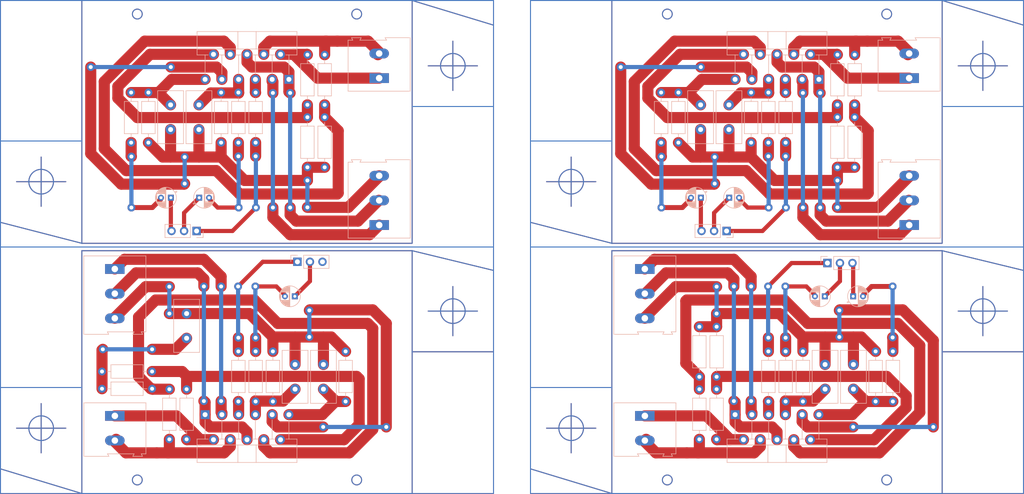
<source format=kicad_pcb>
(kicad_pcb (version 20211014) (generator pcbnew)
  (layers (0 "F.Cu" signal) (31 "B.Cu" signal) (34 "B.Paste" user) (35 "F.Paste" user) (36 "B.SilkS" user "B.Silkscreen") (37 "F.SilkS" user "F.Silkscreen") (38 "B.Mask" user) (39 "F.Mask" user) (44 "Edge.Cuts" user))
  (net 0 "")
  (footprint "Capacitor_THT:C_Disc_D10.5mm_W5.0mm_P5.00mm" (layer "B.Cu") (at 185.25 72.92 -90)
    (fp_text reference "REF**" hide)
    (fp_text value "C_Disc_D10.5mm_W5.0mm_P5.00mm" hide)
  )
  (footprint "Capacitor_THT:C_Disc_D10.5mm_W5.0mm_P5.00mm" (layer "B.Cu") (at 108.75 130.58 90)
    (fp_text reference "REF**" hide)
    (fp_text value "C_Disc_D10.5mm_W5.0mm_P5.00mm" hide)
  )
  (footprint "Capacitor_THT:C_Disc_D10.5mm_W5.0mm_P5.00mm" (layer "B.Cu") (at 103 130.58 90)
    (fp_text reference "REF**" hide)
    (fp_text value "C_Disc_D10.5mm_W5.0mm_P5.00mm" hide)
  )
  (footprint "Resistor_THT:R_Axial_DIN0207_L6.3mm_D2.5mm_P10.16mm_Horizontal" (layer "B.Cu") (at 73.25 70.42 -90)
    (fp_text reference "REF**" hide)
    (fp_text value "R_Axial_DIN0207_L6.3mm_D2.5mm_P10.16mm_Horizontal" hide)
  )
  (footprint "Capacitor_THT:C_Disc_D10.5mm_W5.0mm_P5.00mm" (layer "B.Cu") (at 77.75 72.92 -90)
    (fp_text reference "REF**" hide)
    (fp_text value "C_Disc_D10.5mm_W5.0mm_P5.00mm" hide)
  )
  (footprint "Connector_PinHeader_2.54mm:PinHeader_1x03_P2.54mm_Vertical" (layer "B.Cu") (at 210.975 105 -90)
    (fp_text reference "REF**" hide)
    (fp_text value "PinHeader_1x03_P2.54mm_Vertical" hide)
  )
  (footprint "TerminalBlock:TerminalBlock_Altech_AK300-2_P5.00mm" (layer "B.Cu") (at 173.94641 136 -90)
    (fp_text reference "REF**" hide)
    (fp_text value "TerminalBlock_Altech_AK300-2_P5.00mm" hide)
  )
  (footprint "Resistor_THT:R_Axial_DIN0207_L6.3mm_D2.5mm_P10.16mm_Horizontal" (layer "B.Cu") (at 105.5 75.42 -90)
    (fp_text reference "REF**" hide)
    (fp_text value "R_Axial_DIN0207_L6.3mm_D2.5mm_P10.16mm_Horizontal" hide)
  )
  (footprint "TerminalBlock:TerminalBlock_Altech_AK300-3_P5.00mm" (layer "B.Cu") (at 173.93641 106.205 -90)
    (fp_text reference "REF**" hide)
    (fp_text value "TerminalBlock_Altech_AK300-3_P5.00mm" hide)
  )
  (footprint "Resistor_THT:R_Axial_DIN0207_L6.3mm_D2.5mm_P10.16mm_Horizontal" (layer "B.Cu") (at 109 75.42 -90)
    (fp_text reference "REF**" hide)
    (fp_text value "R_Axial_DIN0207_L6.3mm_D2.5mm_P10.16mm_Horizontal" hide)
  )
  (footprint "Capacitor_THT:CP_Radial_D4.0mm_P2.00mm" (layer "B.Cu") (at 77.80359 91.75 180)
    (fp_text reference "REF**" hide)
    (fp_text value "CP_Radial_D4.0mm_P2.00mm" hide)
  )
  (footprint "TerminalBlock:TerminalBlock_Altech_AK300-3_P5.00mm" (layer "B.Cu") (at 120.06359 97.295 90)
    (fp_text reference "REF**" hide)
    (fp_text value "TerminalBlock_Altech_AK300-3_P5.00mm" hide)
  )
  (footprint "Resistor_THT:R_Axial_DIN0207_L6.3mm_D2.5mm_P10.16mm_Horizontal" (layer "B.Cu") (at 180.75 70.42 -90)
    (fp_text reference "REF**" hide)
    (fp_text value "R_Axial_DIN0207_L6.3mm_D2.5mm_P10.16mm_Horizontal" hide)
  )
  (footprint "Resistor_THT:R_Axial_DIN0207_L6.3mm_D2.5mm_P10.16mm_Horizontal" (layer "B.Cu") (at 105.5 62.75 -90)
    (fp_text reference "REF**" hide)
    (fp_text value "R_Axial_DIN0207_L6.3mm_D2.5mm_P10.16mm_Horizontal" hide)
  )
  (footprint "Capacitor_THT:CP_Radial_D4.0mm_P2.00mm" (layer "B.Cu") (at 216.19641 111.75)
    (fp_text reference "REF**" hide)
    (fp_text value "CP_Radial_D4.0mm_P2.00mm" hide)
  )
  (footprint "TerminalBlock:TerminalBlock_Altech_AK300-2_P5.00mm" (layer "B.Cu") (at 227.55359 67.5 90)
    (fp_text reference "REF**" hide)
    (fp_text value "TerminalBlock_Altech_AK300-2_P5.00mm" hide)
  )
  (footprint "Capacitor_THT:CP_Radial_D4.0mm_P2.00mm" (layer "B.Cu") (at 102.94641 111.75 180)
    (fp_text reference "REF**" hide)
    (fp_text value "CP_Radial_D4.0mm_P2.00mm" hide)
  )
  (footprint "Resistor_THT:R_Axial_DIN0207_L6.3mm_D2.5mm_P10.16mm_Horizontal" (layer "B.Cu") (at 95 70.42 -90)
    (fp_text reference "REF**" hide)
    (fp_text value "R_Axial_DIN0207_L6.3mm_D2.5mm_P10.16mm_Horizontal" hide)
  )
  (footprint "Capacitor_THT:C_Disc_D10.5mm_W5.0mm_P5.00mm" (layer "B.Cu") (at 81 120.25 90)
    (fp_text reference "REF**" hide)
    (fp_text value "C_Disc_D10.5mm_W5.0mm_P5.00mm" hide)
  )
  (footprint "Resistor_THT:R_Axial_DIN0207_L6.3mm_D2.5mm_P10.16mm_Horizontal" (layer "B.Cu") (at 91.5 70.42 -90)
    (fp_text reference "REF**" hide)
    (fp_text value "R_Axial_DIN0207_L6.3mm_D2.5mm_P10.16mm_Horizontal" hide)
  )
  (footprint "Resistor_THT:R_Axial_DIN0207_L6.3mm_D2.5mm_P10.16mm_Horizontal" (layer "B.Cu") (at 199 70.42 -90)
    (fp_text reference "REF**" hide)
    (fp_text value "R_Axial_DIN0207_L6.3mm_D2.5mm_P10.16mm_Horizontal" hide)
  )
  (footprint "Capacitor_THT:CP_Radial_D4.0mm_P2.00mm" (layer "B.Cu") (at 191.05359 91.75)
    (fp_text reference "REF**" hide)
    (fp_text value "CP_Radial_D4.0mm_P2.00mm" hide)
  )
  (footprint "Capacitor_THT:CP_Radial_D4.0mm_P2.00mm" (layer "B.Cu") (at 83.55359 91.75)
    (fp_text reference "REF**" hide)
    (fp_text value "CP_Radial_D4.0mm_P2.00mm" hide)
  )
  (footprint "Resistor_THT:R_Axial_DIN0207_L6.3mm_D2.5mm_P10.16mm_Horizontal" (layer "B.Cu") (at 109 62.75 -90)
    (fp_text reference "REF**" hide)
    (fp_text value "R_Axial_DIN0207_L6.3mm_D2.5mm_P10.16mm_Horizontal" hide)
  )
  (footprint "Resistor_THT:R_Axial_DIN0207_L6.3mm_D2.5mm_P10.16mm_Horizontal" (layer "B.Cu") (at 63.84 130.5)
    (fp_text reference "REF**" hide)
    (fp_text value "R_Axial_DIN0207_L6.3mm_D2.5mm_P10.16mm_Horizontal" hide)
  )
  (footprint "Capacitor_THT:C_Disc_D10.5mm_W5.0mm_P5.00mm" (layer "B.Cu") (at 83.5 72.92 -90)
    (fp_text reference "REF**" hide)
    (fp_text value "C_Disc_D10.5mm_W5.0mm_P5.00mm" hide)
  )
  (footprint "Capacitor_THT:C_Disc_D10.5mm_W5.0mm_P5.00mm" (layer "B.Cu") (at 191 72.92 -90)
    (fp_text reference "REF**" hide)
    (fp_text value "C_Disc_D10.5mm_W5.0mm_P5.00mm" hide)
  )
  (footprint "Resistor_THT:R_Axial_DIN0207_L6.3mm_D2.5mm_P10.16mm_Horizontal" (layer "B.Cu") (at 77.5 140.75 90)
    (fp_text reference "REF**" hide)
    (fp_text value "R_Axial_DIN0207_L6.3mm_D2.5mm_P10.16mm_Horizontal" hide)
  )
  (footprint "Resistor_THT:R_Axial_DIN0207_L6.3mm_D2.5mm_P10.16mm_Horizontal" (layer "B.Cu") (at 63.84 127)
    (fp_text reference "REF**" hide)
    (fp_text value "R_Axial_DIN0207_L6.3mm_D2.5mm_P10.16mm_Horizontal" hide)
  )
  (footprint "Resistor_THT:R_Axial_DIN0207_L6.3mm_D2.5mm_P10.16mm_Horizontal" (layer "B.Cu") (at 98.5 133.08 90)
    (fp_text reference "REF**" hide)
    (fp_text value "R_Axial_DIN0207_L6.3mm_D2.5mm_P10.16mm_Horizontal" hide)
  )
  (footprint "TerminalBlock:TerminalBlock_Altech_AK300-3_P5.00mm" (layer "B.Cu") (at 227.56359 97.295 90)
    (fp_text reference "REF**" hide)
    (fp_text value "TerminalBlock_Altech_AK300-3_P5.00mm" hide)
  )
  (footprint "Resistor_THT:R_Axial_DIN0207_L6.3mm_D2.5mm_P10.16mm_Horizontal" (layer "B.Cu") (at 216.5 75.42 -90)
    (fp_text reference "REF**" hide)
    (fp_text value "R_Axial_DIN0207_L6.3mm_D2.5mm_P10.16mm_Horizontal" hide)
  )
  (footprint "Resistor_THT:R_Axial_DIN0207_L6.3mm_D2.5mm_P10.16mm_Horizontal" (layer "B.Cu") (at 69.75 70.42 -90)
    (fp_text reference "REF**" hide)
    (fp_text value "R_Axial_DIN0207_L6.3mm_D2.5mm_P10.16mm_Horizontal" hide)
  )
  (footprint "Resistor_THT:R_Axial_DIN0207_L6.3mm_D2.5mm_P10.16mm_Horizontal" (layer "B.Cu") (at 213 62.75 -90)
    (fp_text reference "REF**" hide)
    (fp_text value "R_Axial_DIN0207_L6.3mm_D2.5mm_P10.16mm_Horizontal" hide)
  )
  (footprint "Resistor_THT:R_Axial_DIN0207_L6.3mm_D2.5mm_P10.16mm_Horizontal" (layer "B.Cu") (at 206 133.08 90)
    (fp_text reference "REF**" hide)
    (fp_text value "R_Axial_DIN0207_L6.3mm_D2.5mm_P10.16mm_Horizontal" hide)
  )
  (footprint "TerminalBlock:TerminalBlock_Altech_AK300-2_P5.00mm" (layer "B.Cu") (at 120.05359 67.5 90)
    (fp_text reference "REF**" hide)
    (fp_text value "TerminalBlock_Altech_AK300-2_P5.00mm" hide)
  )
  (footprint "Resistor_THT:R_Axial_DIN0207_L6.3mm_D2.5mm_P10.16mm_Horizontal" (layer "B.Cu") (at 202.5 70.42 -90)
    (fp_text reference "REF**" hide)
    (fp_text value "R_Axial_DIN0207_L6.3mm_D2.5mm_P10.16mm_Horizontal" hide)
  )
  (footprint "TerminalBlock:TerminalBlock_Altech_AK300-3_P5.00mm" (layer "B.Cu") (at 66.43641 106.205 -90)
    (fp_text reference "REF**" hide)
    (fp_text value "TerminalBlock_Altech_AK300-3_P5.00mm" hide)
  )
  (footprint "Capacitor_THT:CP_Radial_D4.0mm_P2.00mm" (layer "B.Cu") (at 185.30359 91.75 180)
    (fp_text reference "REF**" hide)
    (fp_text value "CP_Radial_D4.0mm_P2.00mm" hide)
  )
  (footprint "Resistor_THT:R_Axial_DIN0207_L6.3mm_D2.5mm_P10.16mm_Horizontal" (layer "B.Cu") (at 188.5 128.08 90)
    (fp_text reference "REF**" hide)
    (fp_text value "R_Axial_DIN0207_L6.3mm_D2.5mm_P10.16mm_Horizontal" hide)
  )
  (footprint "Resistor_THT:R_Axial_DIN0207_L6.3mm_D2.5mm_P10.16mm_Horizontal" (layer "B.Cu") (at 220.75 133.08 90)
    (fp_text reference "REF**" hide)
    (fp_text value "R_Axial_DIN0207_L6.3mm_D2.5mm_P10.16mm_Horizontal" hide)
  )
  (footprint "Resistor_THT:R_Axial_DIN0207_L6.3mm_D2.5mm_P10.16mm_Horizontal" (layer "B.Cu") (at 188.5 140.75 90)
    (fp_text reference "REF**" hide)
    (fp_text value "R_Axial_DIN0207_L6.3mm_D2.5mm_P10.16mm_Horizontal" hide)
  )
  (footprint "Resistor_THT:R_Axial_DIN0207_L6.3mm_D2.5mm_P10.16mm_Horizontal" (layer "B.Cu") (at 216.5 62.75 -90)
    (fp_text reference "REF**" hide)
    (fp_text value "R_Axial_DIN0207_L6.3mm_D2.5mm_P10.16mm_Horizontal" hide)
  )
  (footprint "Resistor_THT:R_Axial_DIN0207_L6.3mm_D2.5mm_P10.16mm_Horizontal" (layer "B.Cu") (at 202.5 133.08 90)
    (fp_text reference "REF**" hide)
    (fp_text value "R_Axial_DIN0207_L6.3mm_D2.5mm_P10.16mm_Horizontal" hide)
  )
  (footprint "Resistor_THT:R_Axial_DIN0207_L6.3mm_D2.5mm_P10.16mm_Horizontal" (layer "B.Cu") (at 224.25 133.08 90)
    (fp_text reference "REF**" hide)
    (fp_text value "R_Axial_DIN0207_L6.3mm_D2.5mm_P10.16mm_Horizontal" hide)
  )
  (footprint "Resistor_THT:R_Axial_DIN0207_L6.3mm_D2.5mm_P10.16mm_Horizontal" (layer "B.Cu") (at 213 75.42 -90)
    (fp_text reference "REF**" hide)
    (fp_text value "R_Axial_DIN0207_L6.3mm_D2.5mm_P10.16mm_Horizontal" hide)
  )
  (footprint "Capacitor_THT:C_Disc_D10.5mm_W5.0mm_P5.00mm" (layer "B.Cu") (at 216.25 130.58 90)
    (fp_text reference "REF**" hide)
    (fp_text value "C_Disc_D10.5mm_W5.0mm_P5.00mm" hide)
  )
  (footprint "Connector_PinHeader_2.54mm:PinHeader_1x03_P2.54mm_Vertical" (layer "B.Cu") (at 83.025 98.5 90)
    (fp_text reference "REF**" hide)
    (fp_text value "PinHeader_1x03_P2.54mm_Vertical" hide)
  )
  (footprint "Package_TO_SOT_THT:TO-220F-11_P3.4x5.08mm_StaggerOdd_Lead5.08mm_Vertical" (layer "B.Cu") (at 84.75 135.75)
    (fp_text reference "TDA7265" hide)
    (fp_text value "TO-220F-11_P3.4x5.08mm_StaggerOdd_Lead5.08mm_Vertical" hide)
  )
  (footprint "Resistor_THT:R_Axial_DIN0207_L6.3mm_D2.5mm_P10.16mm_Horizontal" (layer "B.Cu") (at 91.5 133.08 90)
    (fp_text reference "REF**" hide)
    (fp_text value "R_Axial_DIN0207_L6.3mm_D2.5mm_P10.16mm_Horizontal" hide)
  )
  (footprint "Resistor_THT:R_Axial_DIN0207_L6.3mm_D2.5mm_P10.16mm_Horizontal" (layer "B.Cu") (at 113.25 133.08 90)
    (fp_text reference "REF**" hide)
    (fp_text value "R_Axial_DIN0207_L6.3mm_D2.5mm_P10.16mm_Horizontal" hide)
  )
  (footprint "Resistor_THT:R_Axial_DIN0207_L6.3mm_D2.5mm_P10.16mm_Horizontal" (layer "B.Cu") (at 177.25 70.42 -90)
    (fp_text reference "REF**" hide)
    (fp_text value "R_Axial_DIN0207_L6.3mm_D2.5mm_P10.16mm_Horizontal" hide)
  )
  (footprint "TerminalBlock:TerminalBlock_Altech_AK300-2_P5.00mm" (layer "B.Cu") (at 66.44641 136 -90)
    (fp_text reference "REF**" hide)
    (fp_text value "TerminalBlock_Altech_AK300-2_P5.00mm" hide)
  )
  (footprint "Package_TO_SOT_THT:TO-220F-11_P3.4x5.08mm_StaggerOdd_Lead5.08mm_Vertical" (layer "B.Cu") (at 192.25 135.75)
    (fp_text reference "TDA7269A" hide)
    (fp_text value "TO-220F-11_P3.4x5.08mm_StaggerOdd_Lead5.08mm_Vertical" hide)
  )
  (footprint "Resistor_THT:R_Axial_DIN0207_L6.3mm_D2.5mm_P10.16mm_Horizontal" (layer "B.Cu") (at 88 70.42 -90)
    (fp_text reference "REF**" hide)
    (fp_text value "R_Axial_DIN0207_L6.3mm_D2.5mm_P10.16mm_Horizontal" hide)
  )
  (footprint "Package_TO_SOT_THT:TO-220F-11_P3.4x5.08mm_StaggerOdd_Lead5.08mm_Vertical" (layer "B.Cu") (at 209.25 67.75 180)
    (fp_text reference "TDA7269A" hide)
    (fp_text value "TO-220F-11_P3.4x5.08mm_StaggerOdd_Lead5.08mm_Vertical" hide)
  )
  (footprint "Resistor_THT:R_Axial_DIN0207_L6.3mm_D2.5mm_P10.16mm_Horizontal" (layer "B.Cu") (at 95 133.08 90)
    (fp_text reference "REF**" hide)
    (fp_text value "R_Axial_DIN0207_L6.3mm_D2.5mm_P10.16mm_Horizontal" hide)
  )
  (footprint "Resistor_THT:R_Axial_DIN0207_L6.3mm_D2.5mm_P10.16mm_Horizontal" (layer "B.Cu") (at 195.5 70.42 -90)
    (fp_text reference "REF**" hide)
    (fp_text value "R_Axial_DIN0207_L6.3mm_D2.5mm_P10.16mm_Horizontal" hide)
  )
  (footprint "Connector_PinHeader_2.54mm:PinHeader_1x03_P2.54mm_Vertical" (layer "B.Cu") (at 190.525 98.5 90)
    (fp_text reference "REF**" hide)
    (fp_text value "PinHeader_1x03_P2.54mm_Vertical" hide)
  )
  (footprint "Capacitor_THT:C_Disc_D10.5mm_W5.0mm_P5.00mm" (layer "B.Cu") (at 210.5 130.58 90)
    (fp_text reference "REF**" hide)
    (fp_text value "C_Disc_D10.5mm_W5.0mm_P5.00mm" hide)
  )
  (footprint "Resistor_THT:R_Axial_DIN0207_L6.3mm_D2.5mm_P10.16mm_Horizontal" (layer "B.Cu") (at 81 140.75 90)
    (fp_text reference "REF**" hide)
    (fp_text value "R_Axial_DIN0207_L6.3mm_D2.5mm_P10.16mm_Horizontal" hide)
  )
  (footprint "Resistor_THT:R_Axial_DIN0207_L6.3mm_D2.5mm_P10.16mm_Horizontal" (layer "B.Cu") (at 199 133.08 90)
    (fp_text reference "REF**" hide)
    (fp_text value "R_Axial_DIN0207_L6.3mm_D2.5mm_P10.16mm_Horizontal" hide)
  )
  (footprint "Package_TO_SOT_THT:TO-220F-11_P3.4x5.08mm_StaggerOdd_Lead5.08mm_Vertical" (layer "B.Cu") (at 101.75 67.75 180)
    (fp_text reference "TDA7269A" hide)
    (fp_text value "TO-220F-11_P3.4x5.08mm_StaggerOdd_Lead5.08mm_Vertical" hide)
  )
  (footprint "Resistor_THT:R_Axial_DIN0207_L6.3mm_D2.5mm_P10.16mm_Horizontal" (layer "B.Cu") (at 185 140.75 90)
    (fp_text reference "REF**" hide)
    (fp_text value "R_Axial_DIN0207_L6.3mm_D2.5mm_P10.16mm_Horizontal" hide)
  )
  (footprint "Capacitor_THT:CP_Radial_D4.0mm_P2.00mm" (layer "B.Cu") (at 210.44641 111.75 180)
    (fp_text reference "REF**" hide)
    (fp_text value "CP_Radial_D4.0mm_P2.00mm" hide)
  )
  (footprint "Connector_PinHeader_2.54mm:PinHeader_1x03_P2.54mm_Vertical" (layer "B.Cu") (at 103.475 104.75 -90)
    (fp_text reference "REF**" hide)
    (fp_text value "PinHeader_1x03_P2.54mm_Vertical" hide)
  )
  (footprint "Resistor_THT:R_Axial_DIN0207_L6.3mm_D2.5mm_P10.16mm_Horizontal" (layer "B.Cu") (at 185 128.08 90)
    (fp_text reference "REF**" hide)
    (fp_text value "R_Axial_DIN0207_L6.3mm_D2.5mm_P10.16mm_Horizontal" hide)
  )
  (gr_rect (start 59.75 51.75) (end 126.75 101) (layer "F.Cu") (width 0.2) (fill none))
  (gr_line (start 167.25 101) (end 150.75 96.75) (layer "F.Cu") (width 0.2))
  (gr_rect (start 167.25 51.75) (end 234.25 101) (layer "F.Cu") (width 0.2) (fill none))
  (gr_circle (center 223 149) (end 222 149) (layer "F.Cu") (width 0.2) (fill none))
  (gr_line (start 126.75 73.25) (end 143.25 73.25) (layer "F.Cu") (width 0.2))
  (gr_line (start 126.75 51.75) (end 143.25 56.75) (layer "F.Cu") (width 0.2))
  (gr_circle (center 223 54.5) (end 222 54.5) (layer "F.Cu") (width 0.2) (fill none))
  (gr_line (start 51.5 83.5) (end 51.5 93.5) (layer "F.Cu") (width 0.2))
  (gr_line (start 154 88.5) (end 164 88.5) (layer "F.Cu") (width 0.2))
  (gr_line (start 59.75 130.25) (end 43.25 130.25) (layer "F.Cu") (width 0.2))
  (gr_line (start 46.5 88.5) (end 56.5 88.5) (layer "F.Cu") (width 0.2))
  (gr_line (start 250.75 106.5) (end 234.25 102.5) (layer "F.Cu") (width 0.2))
  (gr_circle (center 115.5 149) (end 114.5 149) (layer "F.Cu") (width 0.2) (fill none))
  (gr_line (start 135 60) (end 135 70) (layer "F.Cu") (width 0.2))
  (gr_line (start 154 138.5) (end 164 138.5) (layer "F.Cu") (width 0.2))
  (gr_line (start 237.5 114.75) (end 247.5 114.75) (layer "F.Cu") (width 0.2))
  (gr_circle (center 159 138.5) (end 159 141) (layer "F.Cu") (width 0.2) (fill none))
  (gr_line (start 130 65) (end 140 65) (layer "F.Cu") (width 0.2))
  (gr_circle (center 51.5 138.5) (end 51.5 141) (layer "F.Cu") (width 0.2) (fill none))
  (gr_rect (start 167.25 102.5) (end 234.25 151.75) (layer "F.Cu") (width 0.2) (fill none))
  (gr_line (start 234.25 123) (end 250.75 123) (layer "F.Cu") (width 0.2))
  (gr_circle (center 178.5 54.5) (end 179.5 54.5) (layer "F.Cu") (width 0.2) (fill none))
  (gr_line (start 51.5 133.5) (end 51.5 143.5) (layer "F.Cu") (width 0.2))
  (gr_line (start 159 133.5) (end 159 143.5) (layer "F.Cu") (width 0.2))
  (gr_line (start 126.75 123) (end 143.25 123) (layer "F.Cu") (width 0.2))
  (gr_line (start 242.5 109.75) (end 242.5 119.75) (layer "F.Cu") (width 0.2))
  (gr_line (start 135 109.75) (end 135 119.75) (layer "F.Cu") (width 0.2))
  (gr_line (start 234.25 51.75) (end 250.75 56.75) (layer "F.Cu") (width 0.2))
  (gr_circle (center 159 88.5) (end 159 91) (layer "F.Cu") (width 0.2) (fill none))
  (gr_line (start 130 114.75) (end 140 114.75) (layer "F.Cu") (width 0.2))
  (gr_rect (start 150.75 51.75) (end 250.75 151.75) (layer "F.Cu") (width 0.2) (fill none))
  (gr_line (start 143.25 106.5) (end 126.75 102.5) (layer "F.Cu") (width 0.2))
  (gr_circle (center 71 149) (end 72 149) (layer "F.Cu") (width 0.2) (fill none))
  (gr_circle (center 71 54.5) (end 72 54.5) (layer "F.Cu") (width 0.2) (fill none))
  (gr_line (start 167.25 80.25) (end 150.75 80.25) (layer "F.Cu") (width 0.2))
  (gr_circle (center 135 65) (end 135 67.5) (layer "F.Cu") (width 0.2) (fill none))
  (gr_line (start 167.25 130.25) (end 150.75 130.25) (layer "F.Cu") (width 0.2))
  (gr_line (start 46.5 138.5) (end 56.5 138.5) (layer "F.Cu") (width 0.2))
  (gr_circle (center 242.5 65) (end 242.5 67.5) (layer "F.Cu") (width 0.2) (fill none))
  (gr_line (start 150.75 101.75) (end 250.75 101.75) (layer "F.Cu") (width 0.2))
  (gr_circle (center 242.5 114.75) (end 242.5 117.25) (layer "F.Cu") (width 0.2) (fill none))
  (gr_rect (start 43.25 51.75) (end 143.25 151.75) (layer "F.Cu") (width 0.2) (fill none))
  (gr_line (start 159 83.5) (end 159 93.5) (layer "F.Cu") (width 0.2))
  (gr_line (start 43.25 101.75) (end 143.25 101.75) (layer "F.Cu") (width 0.2))
  (gr_circle (center 135 114.75) (end 135 117.25) (layer "F.Cu") (width 0.2) (fill none))
  (gr_line (start 234.25 73.25) (end 250.75 73.25) (layer "F.Cu") (width 0.2))
  (gr_line (start 59.75 101) (end 43.25 96.75) (layer "F.Cu") (width 0.2))
  (gr_line (start 237.5 65) (end 247.5 65) (layer "F.Cu") (width 0.2))
  (gr_line (start 59.75 151.75) (end 43.25 146.75) (layer "F.Cu") (width 0.2))
  (gr_circle (center 178.5 149) (end 179.5 149) (layer "F.Cu") (width 0.2) (fill none))
  (gr_line (start 167.25 151.75) (end 150.75 146.75) (layer "F.Cu") (width 0.2))
  (gr_line (start 59.75 80.25) (end 43.25 80.25) (layer "F.Cu") (width 0.2))
  (gr_line (start 242.5 60) (end 242.5 70) (layer "F.Cu") (width 0.2))
  (gr_circle (center 115.5 54.5) (end 114.5 54.5) (layer "F.Cu") (width 0.2) (fill none))
  (gr_circle (center 51.5 88.5) (end 51.5 91) (layer "F.Cu") (width 0.2) (fill none))
  (gr_rect (start 59.75 102.5) (end 126.75 151.75) (layer "F.Cu") (width 0.2) (fill none))
  (gr_circle (center 51.5 88.5) (end 54 88.5) (layer "B.Cu") (width 0.2) (fill none))
  (gr_circle (center 51.5 138.5) (end 54 138.5) (layer "B.Cu") (width 0.2) (fill none))
  (gr_rect (start 126.75 151.75) (end 59.75 102.5) (layer "B.Cu") (width 0.2) (fill none))
  (gr_line (start 242.5 109.75) (end 242.5 119.75) (layer "B.Cu") (width 0.2))
  (gr_line (start 150.75 130.25) (end 167.25 130.25) (layer "B.Cu") (width 0.2))
  (gr_line (start 242.5 60) (end 242.5 70) (layer "B.Cu") (width 0.2))
  (gr_line (start 130 114.75) (end 140 114.75) (layer "B.Cu") (width 0.2))
  (gr_line (start 135 109.75) (end 135 119.75) (layer "B.Cu") (width 0.2))
  (gr_circle (center 178.5 54.5) (end 179.5 54.5) (layer "B.Cu") (width 0.2) (fill none))
  (gr_circle (center 115.5 54.5) (end 116.5 54.5) (layer "B.Cu") (width 0.2) (fill none))
  (gr_line (start 43.25 146.75) (end 59.75 151.75) (layer "B.Cu") (width 0.2))
  (gr_line (start 150.75 101.75) (end 250.75 101.75) (layer "B.Cu") (width 0.2))
  (gr_line (start 46.5 138.5) (end 56.5 138.5) (layer "B.Cu") (width 0.2))
  (gr_line (start 143.25 56.75) (end 126.75 51.75) (layer "B.Cu") (width 0.2))
  (gr_circle (center 115.5 149) (end 116.5 149) (layer "B.Cu") (width 0.2) (fill none))
  (gr_line (start 154 138.5) (end 164 138.5) (layer "B.Cu") (width 0.2))
  (gr_circle (center 71 54.5) (end 72 54.5) (layer "B.Cu") (width 0.2) (fill none))
  (gr_line (start 126.75 73.25) (end 143.25 73.25) (layer "B.Cu") (width 0.2))
  (gr_line (start 43.25 130.25) (end 59.75 130.25) (layer "B.Cu") (width 0.2))
  (gr_circle (center 242.5 114.75) (end 245 114.75) (layer "B.Cu") (width 0.2) (fill none))
  (gr_line (start 126.75 102.5) (end 143.25 106.5) (layer "B.Cu") (width 0.2))
  (gr_line (start 143.25 123) (end 126.75 123) (layer "B.Cu") (width 0.2))
  (gr_line (start 43.25 96.75) (end 59.75 101) (layer "B.Cu") (width 0.2))
  (gr_circle (center 159 88.5) (end 161.5 88.5) (layer "B.Cu") (width 0.2) (fill none))
  (gr_line (start 234.25 73.25) (end 250.75 73.25) (layer "B.Cu") (width 0.2))
  (gr_line (start 237.5 65) (end 247.5 65) (layer "B.Cu") (width 0.2))
  (gr_line (start 159 83.5) (end 159 93.5) (layer "B.Cu") (width 0.2))
  (gr_line (start 250.75 123) (end 234.25 123) (layer "B.Cu") (width 0.2))
  (gr_line (start 130 65) (end 140 65) (layer "B.Cu") (width 0.2))
  (gr_line (start 150.75 96.75) (end 167.25 101) (layer "B.Cu") (width 0.2))
  (gr_line (start 237.5 114.75) (end 247.5 114.75) (layer "B.Cu") (width 0.2))
  (gr_line (start 51.5 83.5) (end 51.5 93.5) (layer "B.Cu") (width 0.2))
  (gr_line (start 51.5 133.5) (end 51.5 143.5) (layer "B.Cu") (width 0.2))
  (gr_rect (start 43.25 51.75) (end 143.25 151.75) (layer "B.Cu") (width 0.2) (fill none))
  (gr_circle (center 135 114.75) (end 137.5 114.75) (layer "B.Cu") (width 0.2) (fill none))
  (gr_circle (center 178.5 149) (end 179.5 149) (layer "B.Cu") (width 0.2) (fill none))
  (gr_line (start 43.25 101.75) (end 143.25 101.75) (layer "B.Cu") (width 0.2))
  (gr_circle (center 242.5 65) (end 245 65) (layer "B.Cu") (width 0.2) (fill none))
  (gr_line (start 135 60) (end 135 70) (layer "B.Cu") (width 0.2))
  (gr_circle (center 135 65) (end 137.5 65) (layer "B.Cu") (width 0.2) (fill none))
  (gr_line (start 159 133.5) (end 159 143.5) (layer "B.Cu") (width 0.2))
  (gr_line (start 154 88.5) (end 164 88.5) (layer "B.Cu") (width 0.2))
  (gr_line (start 150.75 146.75) (end 167.25 151.75) (layer "B.Cu") (width 0.2))
  (gr_circle (center 223 54.5) (end 224 54.5) (layer "B.Cu") (width 0.2) (fill none))
  (gr_circle (center 223 149) (end 224 149) (layer "B.Cu") (width 0.2) (fill none))
  (gr_rect (start 234.25 151.75) (end 167.25 102.5) (layer "B.Cu") (width 0.2) (fill none))
  (gr_line (start 250.75 56.75) (end 234.25 51.75) (layer "B.Cu") (width 0.2))
  (gr_line (start 234.25 102.5) (end 250.75 106.5) (layer "B.Cu") (width 0.2))
  (gr_circle (center 71 149) (end 72 149) (layer "B.Cu") (width 0.2) (fill none))
  (gr_line (start 150.75 80.25) (end 167.25 80.25) (layer "B.Cu") (width 0.2))
  (gr_rect (start 167.25 51.75) (end 234.25 101) (layer "B.Cu") (width 0.2) (fill none))
  (gr_rect (start 59.75 51.75) (end 126.75 101) (layer "B.Cu") (width 0.2) (fill none))
  (gr_line (start 46.5 88.5) (end 56.5 88.5) (layer "B.Cu") (width 0.2))
  (gr_line (start 43.25 80.25) (end 59.75 80.25) (layer "B.Cu") (width 0.2))
  (gr_rect (start 150.75 51.75) (end 250.75 151.75) (layer "B.Cu") (width 0.2) (fill none))
  (gr_circle (center 159 138.5) (end 161.5 138.5) (layer "B.Cu") (width 0.2) (fill none))
  (segment (start 186.44641 136) (end 191.27641 140.83) (width 2.25) (layer "F.Cu") (net 0))
  (segment (start 185 143.25) (end 185 140.75) (width 2.25) (layer "F.Cu") (net 0))
  (segment (start 63.84 122.66) (end 64 122.5) (width 2.25) (layer "F.Cu") (net 0))
  (segment (start 98.5 93.75) (end 98.5 95.75) (width 2.25) (layer "F.Cu") (net 0))
  (segment (start 208.08 133) (end 210.5 130.58) (width 2.25) (layer "F.Cu") (net 0))
  (segment (start 174.55359 69.19641) (end 181.08 62.67) (width 2.25) (layer "F.Cu") (net 0))
  (segment (start 75.25 70.42) (end 75.33 70.42) (width 2.25) (layer "F.Cu") (net 0))
  (segment (start 98.5 95.75) (end 102 99.25) (width 2.25) (layer "F.Cu") (net 0))
  (segment (start 68.69641 143.5) (end 66.44641 141.25) (width 2.25) (layer "F.Cu") (net 0))
  (segment (start 95 120.151795) (end 95 122.938205) (width 2.25) (layer "F.Cu") (net 0))
  (segment (start 212.92 75.5) (end 178.5 75.5) (width 2.25) (layer "F.Cu") (net 0))
  (segment (start 205.85 68.1) (end 205.85 67.75) (width 2.25) (layer "F.Cu") (net 0))
  (segment (start 98.35 137.15359) (end 99.44641 138.25) (width 2.25) (layer "F.Cu") (net 0))
  (segment (start 184.75 143.5) (end 185 143.25) (width 2.25) (layer "F.Cu") (net 0))
  (segment (start 200.75 140.83) (end 200.75 139.25) (width 2.25) (layer "F.Cu") (net 0))
  (segment (start 74 130.5) (end 73.75 130.5) (width 2.25) (layer "F.Cu") (net 0))
  (segment (start 188.5 130.59) (end 188.5 128.08) (width 2.25) (layer "F.Cu") (net 0))
  (segment (start 91.55 135.75) (end 91.55 133.13) (width 2.25) (layer "F.Cu") (net 0))
  (segment (start 188.58 140.83) (end 188.5 140.75) (width 2.25) (layer "F.Cu") (net 0))
  (segment (start 188.10718 88.89282) (end 188 89) (width 2.25) (layer "F.Cu") (net 0))
  (segment (start 109.25 60) (end 109 60.25) (width 2.25) (layer "F.Cu") (net 0))
  (segment (start 210.75 96.5) (end 223.25 96.5) (width 2.25) (layer "F.Cu") (net 0))
  (segment (start 185.5 67.75) (end 192.25 67.75) (width 2.25) (layer "F.Cu") (net 0))
  (segment (start 105.89282 120) (end 103 120) (width 2.25) (layer "F.Cu") (net 0))
  (segment (start 198.94641 109.75) (end 203.69641 105) (width 0.85) (layer "F.Cu") (net 0))
  (segment (start 223.25 96.5) (end 227.455 92.295) (width 2.25) (layer "F.Cu") (net 0))
  (segment (start 98.5 68.25) (end 98.35 68.1) (width 2.25) (layer "F.Cu") (net 0))
  (segment (start 73.75 130.5) (end 71.25 128) (width 2.25) (layer "F.Cu") (net 0))
  (segment (start 216.5 75.42) (end 219.25 78.17) (width 2.25) (layer "F.Cu") (net 0))
  (segment (start 105.5 88.25) (end 105.5 85.58) (width 2.25) (layer "F.Cu") (net 0))
  (segment (start 183.67 83.5) (end 185.25 83.5) (width 2.25) (layer "F.Cu") (net 0))
  (segment (start 194.80359 93.75) (end 193.05359 92) (width 0.85) (layer "F.Cu") (net 0))
  (segment (start 182.75 70.42) (end 182.83 70.42) (width 2.25) (layer "F.Cu") (net 0))
  (segment (start 204.15 61.25359) (end 205.40359 60) (width 2.25) (layer "F.Cu") (net 0))
  (segment (start 111.17 133.08) (end 108.5 135.75) (width 2.25) (layer "F.Cu") (net 0))
  (segment (start 85.75 138.25) (end 84.75 137.25) (width 2.25) (layer "F.Cu") (net 0))
  (segment (start 199.75 138.25) (end 193.25 138.25) (width 2.25) (layer "F.Cu") (net 0))
  (segment (start 229.69641 135.30359) (end 221.5 143.5) (width 2.25) (layer "F.Cu") (net 0))
  (segment (start 64.30359 81.80359) (end 64.30359 68.19641) (width 2.25) (layer "F.Cu") (net 0))
  (segment (start 97.90359 60) (end 109.25 60) (width 2.25) (layer "F.Cu") (net 0))
  (segment (start 93.25 62.67) (end 93.25 64.25) (width 2.25) (layer "F.Cu") (net 0))
  (segment (start 219.25 78.17) (end 219.25 90.80359) (width 2.25) (layer "F.Cu") (net 0))
  (segment (start 195.5 70.5) (end 193.42 70.5) (width 2.25) (layer "F.Cu") (net 0))
  (segment (start 206 133) (end 202.5 133) (width 2.25) (layer "F.Cu") (net 0))
  (segment (start 67.05359 69.19641) (end 73.58 62.67) (width 2.25) (layer "F.Cu") (net 0))
  (segment (start 226.94641 134.30359) (end 220.42 140.83) (width 2.25) (layer "F.Cu") (net 0))
  (segment (start 185 130.59) (end 185 128.08) (width 2.25) (layer "F.Cu") (net 0))
  (segment (start 201.75 65.25) (end 208.25 65.25) (width 2.25) (layer "F.Cu") (net 0))
  (segment (start 71.25 115.973205) (end 74.723205 112.5) (width 2.25) (layer "F.Cu") (net 0))
  (segment (start 66.69641 140.75) (end 66.44641 141) (width 2.25) (layer "F.Cu") (net 0))
  (segment (start 213 72.91) (end 213 75.42) (width 2.25) (layer "F.Cu") (net 0))
  (segment (start 232.44641 120.69641) (end 232.44641 138.25) (width 2.25) (layer "F.Cu") (net 0))
  (segment (start 77.80359 98.35859) (end 77.945 98.5) (width 0.85) (layer "F.Cu") (net 0))
  (segment (start 213 85.58) (end 216.5 85.58) (width 2.25) (layer "F.Cu") (net 0))
  (segment (start 77.5 130.59) (end 74.09 130.59) (width 2.25) (layer "F.Cu") (net 0))
  (segment (start 213 75.42) (end 212.92 75.5) (width 2.25) (layer "F.Cu") (net 0))
  (segment (start 78.75 122.5) (end 81 120.25) (width 2.25) (layer "F.Cu") (net 0))
  (segment (start 88 70.5) (end 91.5 70.5) (width 2.25) (layer "F.Cu") (net 0))
  (segment (start 202.5 83.348205) (end 202.5 80.561795) (width 2.25) (layer "F.Cu") (net 0))
  (segment (start 80.5 89) (end 67.75 89) (width 2.25) (layer "F.Cu") (net 0))
  (segment (start 64.30359 68.19641) (end 72.5 60) (width 2.25) (layer "F.Cu") (net 0))
  (segment (start 187.985 94.81859) (end 191.05359 91.75) (width 0.85) (layer "F.Cu") (net 0))
  (segment (start 95 133) (end 94.95 133.05) (width 2.25) (layer "F.Cu") (net 0))
  (segment (start 100.75 65.25) (end 101.75 66.25) (width 2.25) (layer "F.Cu") (net 0))
  (segment (start 102.72359 62.67) (end 105.42 62.67) (width 2.25) (layer "F.Cu") (net 0))
  (segment (start 98.35 68.1) (end 98.35 67.75) (width 2.25) (layer "F.Cu") (net 0))
  (segment (start 181.08 62.67) (end 193.95 62.67) (width 2.25) (layer "F.Cu") (net 0))
  (segment (start 109.25 60) (end 111.55359 60) (width 2.25) (layer "F.Cu") (net 0))
  (segment (start 88.55359 60) (end 89.85 61.29641) (width 2.25) (layer "F.Cu") (net 0))
  (segment (start 92.75 88.25) (end 105.5 88.25) (width 2.25) (layer "F.Cu") (net 0))
  (segment (start 187.985 98.5) (end 187.985 94.81859) (width 0.85) (layer "F.Cu") (net 0))
  (segment (start 88.15 67.75) (end 88.15 66.34641) (width 2.25) (layer "F.Cu") (net 0))
  (segment (start 213 93.705) (end 221.295 93.705) (width 2.25) (layer "F.Cu") (net 0))
  (segment (start 66.44641 141.25) (end 66.44641 141) (width 2.25) (layer "F.Cu") (net 0))
  (segment (start 91.5 83.455385) (end 91.5 83.348205) (width 0.2) (layer "F.Cu") (net 0))
  (segment (start 69.75 83.348205) (end 69.75 80.561795) (width 2.25) (layer "F.Cu") (net 0))
  (segment (start 111.55359 91) (end 91.75 91) (width 2.25) (layer "F.Cu") (net 0))
  (segment (start 91.55 70.45) (end 91.55 70.55) (width 2.25) (layer "F.Cu") (net 0))
  (segment (start 224.25 120.151795) (end 224.25 122.938205) (width 2.25) (layer "F.Cu") (net 0))
  (segment (start 93.25 139.25) (end 92.25 138.25) (width 2.25) (layer "F.Cu") (net 0))
  (segment (start 95.05359 93.75) (end 90.30359 98.5) (width 0.85) (layer "F.Cu") (net 0))
  (segment (start 95 120.044615) (end 95 120.151795) (width 0.2) (layer "F.Cu") (net 0))
  (segment (start 199.05 135.75) (end 199.05 133.13) (width 2.25) (layer "F.Cu") (net 0))
  (segment (start 91.55 67.75) (end 91.55 70.45) (width 2.25) (layer "F.Cu") (net 0))
  (segment (start 101.75 70.25) (end 102 70.5) (width 2.25) (layer "F.Cu") (net 0))
  (segment (start 181.55359 93.75) (end 183.30359 92) (width 1) (layer "F.Cu") (net 0))
  (segment (start 201.25 115.25) (end 188.5 115.25) (width 2.25) (layer "F.Cu") (net 0))
  (segment (start 219.05359 60) (end 225.30359 60) (width 2.25) (layer "F.Cu") (net 0))
  (segment (start 206 120) (end 201.25 115.25) (width 2.25) (layer "F.Cu") (net 0))
  (segment (start 220.75 133.08) (end 218.75 133.08) (width 2.25) (layer "F.Cu") (net 0))
  (segment (start 215.05359 67.5) (end 210.22359 62.67) (width 2.25) (layer "F.Cu") (net 0))
  (segment (start 209.25 67.75) (end 209.25 70.25) (width 2.25) (layer "F.Cu") (net 0))
  (segment (start 216 135.75) (end 209.25 135.75) (width 2.25) (layer "F.Cu") (net 0))
  (segment (start 91.5 120.151795) (end 91.5 122.938205) (width 2.25) (layer "F.Cu") (net 0))
  (segment (start 199 120.151795) (end 199 122.938205) (width 2.25) (layer "F.Cu") (net 0))
  (segment (start 227.56359 87.43641) (end 227.56359 87.295) (width 2.25) (layer "F.Cu") (net 0))
  (segment (start 220.75 122.92) (end 217.83 120) (width 2.25) (layer "F.Cu") (net 0))
  (segment (start 72.5 60) (end 88.55359 60) (width 2.25) (layer "F.Cu") (net 0))
  (segment (start 77.75 77.92) (end 77.75 83.5) (width 2.25) (layer "F.Cu") (net 0))
  (segment (start 213.39282 114.60718) (end 213.5 114.5) (width 2.25) (layer "F.Cu") (net 0))
  (segment (start 94.94641 109.75) (end 99.19641 109.75) (width 0.85) (layer "F.Cu") (net 0))
  (segment (start 199 83.455385) (end 199 83.348205) (width 0.2) (layer "F.Cu") (net 0))
  (segment (start 87.30359 93.75) (end 85.55359 92) (width 0.85) (layer "F.Cu") (net 0))
  (segment (start 93.25 64.25) (end 94.25 65.25) (width 2.25) (layer "F.Cu") (net 0))
  (segment (start 88 83.5) (end 92.75 88.25) (width 2.25) (layer "F.Cu") (net 0))
  (segment (start 84.5 108.25) (end 83.25 107) (width 2.25) (layer "F.Cu") (net 0))
  (segment (start 117.80359 60) (end 120.05359 62.25) (width 2.25) (layer "F.Cu") (net 0))
  (segment (start 113.25 122.92) (end 110.33 120) (width 2.25) (layer "F.Cu") (net 0))
  (segment (start 77.25 143.5) (end 74.94641 143.5) (width 2.25) (layer "F.Cu") (net 0))
  (segment (start 193.95 140.83) (end 191.27641 140.83) (width 2.25) (layer "F.Cu") (net 0))
  (segment (start 116 128.5) (end 116 137.75) (width 2.25) (layer "F.Cu") (net 0))
  (segment (start 91.55 133.13) (end 91.5 133.08) (width 2.25) (layer "F.Cu") (net 0))
  (segment (start 70.75 107) (end 66.545 111.205) (width 2.25) (layer "F.Cu") (net 0))
  (segment (start 203.69641 105) (end 210.975 105) (width 0.85) (layer "F.Cu") (net 0))
  (segment (start 75.25 70.42) (end 77.75 72.92) (width 2.25) (layer "F.Cu") (net 0))
  (segment (start 216.5 72.91) (end 216.5 75.42) (width 2.25) (layer "F.Cu") (net 0))
  (segment (start 199 83.348205) (end 199 80.561795) (width 2.25) (layer "F.Cu") (net 0))
  (segment (start 218.75 133.08) (end 216.25 130.58) (width 2.25) (layer "F.Cu") (net 0))
  (segment (start 174.55359 71.55359) (end 174.55359 69.19641) (width 2.25) (layer "F.Cu") (net 0))
  (segment (start 194.5 86.25) (end 176.25 86.25) (width 2.25) (layer "F.Cu") (net 0))
  (segment (start 105.5 85.58) (end 109 85.58) (width 2.25) (layer "F.Cu") (net 0))
  (segment (start 101.75 67.75) (end 101.75 70.25) (width 2.25) (layer "F.Cu") (net 0))
  (segment (start 113.795 93.705) (end 120.06359 87.43641) (width 2.25) (layer "F.Cu") (net 0))
  (segment (start 88 109.75) (end 88 107.75) (width 2.25) (layer "F.Cu") (net 0))
  (segment (start 199.05 70.45) (end 199.05 70.55) (width 2.25) (layer "F.Cu") (net 0))
  (segment (start 72.705 109.795) (end 66.43641 116.06359) (width 2.25) (layer "F.Cu") (net 0))
  (segment (start 83.5 83.5) (end 83.5 77.92) (width 2.25) (layer "F.Cu") (net 0))
  (segment (start 96.65 61.25359) (end 97.90359 60) (width 2.25) (layer "F.Cu") (net 0))
  (segment (start 96.44641 104.75) (end 103.475 104.75) (width 0.85) (layer "F.Cu") (net 0))
  (segment (start 217.83 120) (end 216.25 120) (width 2.25) (layer "F.Cu") (net 0))
  (segment (start 182.44641 112.5) (end 202.25 112.5) (width 2.25) (layer "F.Cu") (net 0))
  (segment (start 118.75 138.75) (end 114 143.5) (width 2.25) (layer "F.Cu") (net 0))
  (segment (start 205.85 137.15359) (end 206.94641 138.25) (width 2.25) (layer "F.Cu") (net 0))
  (segment (start 206.94641 138.25) (end 216.19641 138.25) (width 2.25) (layer "F.Cu") (net 0))
  (segment (start 108.5 135.75) (end 101.75 135.75) (width 2.25) (layer "F.Cu") (net 0))
  (segment (start 197.35 61.29641) (end 197.35 62.67) (width 2.25) (layer "F.Cu") (net 0))
  (segment (start 199.25 91) (end 194.5 86.25) (width 2.25) (layer "F.Cu") (net 0))
  (segment (start 202.55359 93.75) (end 197.80359 98.5) (width 0.85) (layer "F.Cu") (net 0))
  (segment (start 210.5 120) (end 210.5 125.58) (width 2.25) (layer "F.Cu") (net 0))
  (segment (start 198.955385 83.5) (end 199 83.455385) (width 0.2) (layer "F.Cu") (net 0))
  (segment (start 210.5 120) (end 206 120) (width 2.25) (layer "F.Cu") (net 0))
  (segment (start 67.75 89) (end 61.55359 82.80359) (width 2.25) (layer "F.Cu") (net 0))
  (segment (start 98.5 133) (end 100.58 133) (width 2.25) (layer "F.Cu") (net 0))
  (segment (start 86.45 140.83) (end 83.77641 140.83) (width 2.25) (layer "F.Cu") (net 0))
  (segment (start 182.25 112.69641) (end 182.44641 112.5) (width 2.25) (layer "F.Cu") (net 0))
  (segment (start 180.75 70.42) (end 182.75 70.42) (width 2.25) (layer "F.Cu") (net 0))
  (segment (start 120.05359 62.25) (end 120.05359 62.5) (width 2.25) (layer "F.Cu") (net 0))
  (segment (start 192.25 135.75) (end 192.25 133.25) (width 2.25) (layer "F.Cu") (net 0))
  (segment (start 95 83.348205) (end 95 80.561795) (width 2.25) (layer "F.Cu") (net 0))
  (segment (start 191 83.5) (end 191 77.92) (width 2.25) (layer "F.Cu") (net 0))
  (segment (start 195.65 135.4) (end 195.65 135.75) (width 2.25) (layer "F.Cu") (net 0))
  (segment (start 99.5 117.25) (end 117.75 117.25) (width 2.25) (layer "F.Cu") (net 0))
  (segment (start 178.25 107) (end 174.045 111.205) (width 2.25) (layer "F.Cu") (net 0))
  (segment (start 175.89141 104.25) (end 173.93641 106.205) (width 2.25) (layer "F.Cu") (net 0))
  (segment (start 202.45 70.37) (end 202.5 70.42) (width 2.25) (layer "F.Cu") (net 0))
  (segment (start 216.75 60) (end 216.5 60.25) (width 2.25) (layer "F.Cu") (net 0))
  (segment (start 209.5 99.25) (end 225.60859 99.25) (width 2.25) (layer "F.Cu") (net 0))
  (segment (start 171.80359 68.19641) (end 180 60) (width 2.25) (layer "F.Cu") (net 0))
  (segment (start 71.25 128) (end 71.25 115.973205) (width 2.25) (layer "F.Cu") (net 0))
  (segment (start 80.485 94.81859) (end 83.55359 91.75) (width 0.85) (layer "F.Cu") (net 0))
  (segment (start 99.19641 109.75) (end 100.94641 111.5) (width 0.85) (layer "F.Cu") (net 0))
  (segment (start 68.39141 104.25) (end 66.43641 106.205) (width 2.25) (layer "F.Cu") (net 0))
  (segment (start 207 117.25) (end 225.25 117.25) (width 2.25) (layer "F.Cu") (net 0))
  (segment (start 119.80359 62.75) (end 120.05359 62.5) (width 2.25) (layer "F.Cu") (net 0))
  (segment (start 206 68.25) (end 205.85 68.1) (width 2.25) (layer "F.Cu") (net 0))
  (segment (start 188.10718 83.5) (end 191 83.5) (width 2.25) (layer "F.Cu") (net 0))
  (segment (start 88.15 135.4) (end 88.15 135.75) (width 2.25) (layer "F.Cu") (net 0))
  (segment (start 74.723205 112.5) (end 94.75 112.5) (width 2.25) (layer "F.Cu") (net 0))
  (segment (start 191 83.5) (end 195.5 83.5) (width 2.25) (layer "F.Cu") (net 0))
  (segment (start 111.25 133.08) (end 111.17 133.08) (width 2.25) (layer "F.Cu") (net 0))
  (segment (start 191.27641 140.83) (end 188.58 140.83) (width 2.25) (layer "F.Cu") (net 0))
  (segment (start 206.69641 109.75) (end 208.44641 111.5) (width 0.85) (layer "F.Cu") (net 0))
  (segment (start 218.75 133.08) (end 218.67 133.08) (width 2.25) (layer "F.Cu") (net 0))
  (segment (start 195.5 70.5) (end 199 70.5) (width 2.25) (layer "F.Cu") (net 0))
  (segment (start 84.75 133.25) (end 84.5 133) (width 2.25) (layer "F.Cu") (net 0))
  (segment (start 177.30359 83.401795) (end 177.25 83.348205) (width 2.25) (layer "F.Cu") (net 0))
  (segment (start 105.5 75.42) (end 105.42 75.5) (width 2.25) (layer "F.Cu") (net 0))
  (segment (start 197.80359 98.5) (end 190.525 98.5) (width 0.85) (layer "F.Cu") (net 0))
  (segment (start 74.94641 143.5) (end 68.69641 143.5) (width 2.25) (layer "F.Cu") (net 0))
  (segment (start 174.045 111.205) (end 173.93641 111.205) (width 2.25) (layer "F.Cu") (net 0))
  (segment (start 213.515 108.68141) (end 210.44641 111.75) (width 0.85) (layer "F.Cu") (net 0))
  (segment (start 75.33 70.42) (end 78 67.75) (width 2.25) (layer "F.Cu") (net 0))
  (segment (start 219.94641 109.75) (end 218.19641 111.5) (width 1) (layer "F.Cu") (net 0))
  (segment (start 91.55359 93.75) (end 87.30359 93.75) (width 0.85) (layer "F.Cu") (net 0))
  (segment (start 83.77641 140.83) (end 81.08 140.83) (width 2.25) (layer "F.Cu") (net 0))
  (segment (start 83.25 107) (end 70.75 107) (width 2.25) (layer "F.Cu") (net 0))
  (segment (start 227.55359 67.5) (end 215.05359 67.5) (width 2.25) (layer "F.Cu") (net 0))
  (segment (start 118.75 118.25) (end 118.75 138.75) (width 2.25) (layer "F.Cu") (net 0))
  (segment (start 109 72.91) (end 109 75.42) (width 2.25) (layer "F.Cu") (net 0))
  (segment (start 89.85 61.29641) (end 89.85 62.67) (width 2.25) (layer "F.Cu") (net 0))
  (segment (start 102 95.25) (end 103.25 96.5) (width 2.25) (layer "F.Cu") (net 0))
  (segment (start 221.5 143.5) (end 205.44641 143.5) (width 2.25) (layer "F.Cu") (net 0))
  (segment (start 195.5 107.75) (end 192 104.25) (width 2.25) (layer "F.Cu") (net 0))
  (segment (start 77.5 115.25) (end 93.75 115.25) (width 2.25) (layer "F.Cu") (net 0))
  (segment (start 89.85 142.24641) (end 88.59641 143.5) (width 2.25) (layer "F.Cu") (net 0))
  (segment (start 204.15 62.67) (end 204.15 61.25359) (width 2.25) (layer "F.Cu") (net 0))
  (segment (start 69.75 70.42) (end 73.25 70.42) (width 2.25) (layer "F.Cu") (net 0))
  (segment (start 200.75 62.67) (end 200.75 64.25) (width 2.25) (layer "F.Cu") (net 0))
  (segment (start 223 128) (end 226.94641 131.94641) (width 2.25) (layer "F.Cu") (net 0))
  (segment (start 61.55359 82.80359) (end 61.55359 65.25) (width 2.25) (layer "F.Cu") (net 0))
  (segment (start 209.25 70.25) (end 209.5 70.5) (width 2.25) (layer "F.Cu") (net 0))
  (segment (start 108.75 125.58) (end 108.75 120) (width 2.25) (layer "F.Cu") (net 0))
  (segment (start 80.60718 83.5) (end 83.5 83.5) (width 2.25) (layer "F.Cu") (net 0))
  (segment (start 102 99.25) (end 118.10859 99.25) (width 2.25) (layer "F.Cu") (net 0))
  (segment (start 81.08 128) (end 115.5 128) (width 2.25) (layer "F.Cu") (net 0))
  (segment (start 74.09 130.59) (end 74 130.5) (width 2.25) (layer "F.Cu") (net 0))
  (segment (start 202.25 112.5) (end 207 117.25) (width 2.25) (layer "F.Cu") (net 0))
  (segment (start 68.75 86.25) (end 64.30359 81.80359) (width 2.25) (layer "F.Cu") (net 0))
  (segment (start 205.40359 60) (end 216.75 60) (width 2.25) (layer "F.Cu") (net 0))
  (segment (start 173.93641 116.06359) (end 173.93641 116.205) (width 2.25) (layer "F.Cu") (net 0))
  (segment (start 182.83 70.42) (end 185.5 67.75) (width 2.25) (layer "F.Cu") (net 0))
  (segment (start 87 86.25) (end 68.75 86.25) (width 2.25) (layer "F.Cu") (net 0))
  (segment (start 66.44641 136) (end 78.94641 136) (width 2.25) (layer "F.Cu") (net 0))
  (segment (start 193.25 138.25) (end 192.25 137.25) (width 2.25) (layer "F.Cu") (net 0))
  (segment (start 74.05359 93.75) (end 75.80359 92) (width 1) (layer "F.Cu") (net 0))
  (segment (start 206 133) (end 208.08 133) (width 2.25) (layer "F.Cu") (net 0))
  (segment (start 96.65 142.20359) (end 96.65 140.83) (width 2.25) (layer "F.Cu") (net 0))
  (segment (start 98.35 135.75) (end 98.35 137.15359) (width 2.25) (layer "F.Cu") (net 0))
  (segment (start 194.55359 65.25) (end 185.30359 65.25) (width 2.25) (layer "F.Cu") (net 0))
  (segment (start 177.25 70.42) (end 180.75 70.42) (width 2.25) (layer "F.Cu") (net 0))
  (segment (start 224.19641 120.098205) (end 224.25 120.151795) (width 2.25) (layer "F.Cu") (net 0))
  (segment (start 76.17 83.5) (end 77.75 83.5) (width 2.25) (layer "F.Cu") (net 0))
  (segment (start 216.19641 105.14141) (end 216.055 105) (width 0.85) (layer "F.Cu") (net 0))
  (segment (start 63.84 127) (end 63.84 122.66) (width 2.25) (layer "F.Cu") (net 0))
  (segment (start 226.94641 131.94641) (end 226.94641 134.30359) (width 2.25) (layer "F.Cu") (net 0))
  (segment (start 171.80359 81.80359) (end 171.80359 68.19641) (width 2.25) (layer "F.Cu") (net 0))
  (segment (start 118.75 114.5) (end 106 114.5) (width 2.25) (layer "F.Cu") (net 0))
  (segment (start 89.85 140.83) (end 89.85 142.24641) (width 2.25) (layer "F.Cu") (net 0))
  (segment (start 176.19641 143.5) (end 173.94641 141.25) (width 2.25) (layer "F.Cu") (net 0))
  (segment (start 73.25 80.58) (end 76.17 83.5) (width 2.25) (layer "F.Cu") (net 0))
  (segment (start 78.94641 136) (end 83.77641 140.83) (width 2.25) (layer "F.Cu") (net 0))
  (segment (start 192.25 133.25) (end 192 133) (width 2.25) (layer "F.Cu") (net 0))
  (segment (start 94.95 70.37) (end 95 70.42) (width 2.25) (layer "F.Cu") (net 0))
  (segment (start 188.58 128) (end 223 128) (width 2.25) (layer "F.Cu") (net 0))
  (segment (start 199 70.5) (end 199.05 70.45) (width 2.25) (layer "F.Cu") (net 0))
  (segment (start 69.80359 93.75) (end 74.05359 93.75) (width 1) (layer "F.Cu") (net 0))
  (segment (start 178.5 75.5) (end 174.55359 71.55359) (width 2.25) (layer "F.Cu") (net 0))
  (segment (start 182.75 70.42) (end 185.25 72.92) (width 2.25) (layer "F.Cu") (net 0))
  (segment (start 206 95.75) (end 209.5 99.25) (width 2.25) (layer "F.Cu") (net 0))
  (segment (start 81 130.59) (end 81 128.08) (width 2.25) (layer "F.Cu") (net 0))
  (segment (start 88 70.5) (end 85.92 70.5) (width 2.25) (layer "F.Cu") (net 0))
  (segment (start 196.09641 143.5) (end 184.75 143.5) (width 2.25) (layer "F.Cu") (net 0))
  (segment (start 180.75 80.58) (end 183.67 83.5) (width 2.25) (layer "F.Cu") (net 0))
  (segment (start 88 133) (end 88 135.25) (width 2.25) (layer "F.Cu") (net 0))
  (segment (start 120.05359 67.5) (end 107.55359 67.5) (width 2.25) (layer "F.Cu") (net 0))
  (segment (start 216.19641 111.75) (end 216.19641 105.14141) (width 0.85) (layer "F.Cu") (net 0))
  (segment (start 88.15 66.34641) (end 87.05359 65.25) (width 2.25) (layer "F.Cu") (net 0))
  (segment (start 80.485 98.5) (end 80.485 94.81859) (width 0.85) (layer "F.Cu") (net 0))
  (segment (start 106.015 108.68141) (end 102.94641 111.75) (width 0.85) (layer "F.Cu") (net 0))
  (segment (start 202.45 135.75) (end 202.45 133.05) (width 2.25) (layer "F.Cu") (net 0))
  (segment (start 119.955 92.295) (end 120.06359 92.295) (width 2.25) (layer "F.Cu") (net 0))
  (segment (start 182.25 125.33) (end 182.25 112.69641) (width 2.25) (layer "F.Cu") (net 0))
  (segment (start 225.60859 99.25) (end 227.56359 97.295) (width 2.25) (layer "F.Cu") (net 0))
  (segment (start 206 120) (end 206 122.92) (width 2.25) (layer "F.Cu") (net 0))
  (segment (start 185.25 83.5) (end 188.10718 83.5) (width 2.25) (layer "F.Cu") (net 0))
  (segment (start 73.25 70.42) (end 75.25 70.42) (width 2.25) (layer "F.Cu") (net 0))
  (segment (start 225.25 117.25) (end 229.69641 121.69641) (width 2.25) (layer "F.Cu") (net 0))
  (segment (start 80.60718 88.89282) (end 80.5 89) (width 2.25) (layer "F.Cu") (net 0))
  (segment (start 77.75 83.5) (end 80.60718 83.5) (width 2.25) (layer "F.Cu") (net 0))
  (segment (start 103.25 96.5) (end 115.75 96.5) (width 2.25) (layer "F.Cu") (net 0))
  (segment (start 205.44641 143.5) (end 204.15 142.20359) (width 2.25) (layer "F.Cu") (net 0))
  (segment (start 200.25 88.25) (end 213 88.25) (width 2.25) (layer "F.Cu") (net 0))
  (segment (start 77.25 143.5) (end 77.5 143.25) (width 2.25) (layer "F.Cu") (net 0))
  (segment (start 180.205 109.795) (end 173.93641 116.06359) (width 2.25) (layer "F.Cu") (net 0))
  (segment (start 105.5 72.91) (end 105.5 75.42) (width 2.25) (layer "F.Cu") (net 0))
  (segment (start 221.295 93.705) (end 227.56359 87.43641) (width 2.25) (layer "F.Cu") (net 0))
  (segment (start 83.5 83.5) (end 88 83.5) (width 2.25) (layer "F.Cu") (net 0))
  (segment (start 109 75.42) (end 111.75 78.17) (width 2.25) (layer "F.Cu") (net 0))
  (segment (start 88.59641 143.5) (end 77.25 143.5) (width 2.25) (layer "F.Cu") (net 0))
  (segment (start 185.25 77.92) (end 185.25 83.5) (width 2.25) (layer "F.Cu") (net 0))
  (segment (start 100.58 133) (end 103 130.58) (width 2.25) (layer "F.Cu") (net 0))
  (segment (start 229.69641 121.69641) (end 229.69641 135.30359) (width 2.25) (layer "F.Cu") (net 0))
  (segment (start 219.25 90.80359) (end 219.05359 91) (width 2.25) (layer "F.Cu") (net 0))
  (segment (start 91.44641 109.75) (end 96.44641 104.75) (width 0.85) (layer "F.Cu") (net 0))
  (segment (start 74 122.5) (end 78.75 122.5) (width 2.25) (layer "F.Cu") (net 0))
  (segment (start 88 107.75) (end 84.5 104.25) (width 2.25) (layer "F.Cu") (net 0))
  (segment (start 188.5 115.25) (end 188.5 117.92) (width 2.25) (layer "F.Cu") (net 0))
  (segment (start 84.5 109.75) (end 84.5 108.25) (width 2.25) (layer "F.Cu") (net 0))
  (segment (start 112.92 140.83) (end 100.05 140.83) (width 2.25) (layer "F.Cu") (net 0))
  (segment (start 121.5 117.25) (end 118.75 114.5) (width 2.25) (layer "F.Cu") (net 0))
  (segment (start 97.94641 143.5) (end 96.65 142.20359) (width 2.25) (layer "F.Cu") (net 0))
  (segment (start 100.05 62.67) (end 102.72359 62.67) (width 2.25) (layer "F.Cu") (net 0))
  (segment (start 195.5 83.5) (end 200.25 88.25) (width 2.25) (layer "F.Cu") (net 0))
  (segment (start 202.44641 109.75) (end 206.69641 109.75) (width 0.85) (layer "F.Cu") (net 0))
  (segment (start 108.75 120) (end 105.89282 120) (width 2.25) (layer "F.Cu") (net 0))
  (segment (start 84.5 104.25) (end 68.39141 104.25) (width 2.25) (layer "F.Cu") (net 0))
  (segment (start 98.5 133) (end 95 133) (width 2.25) (layer "F.Cu") (net 0))
  (segment (start 202.45 133.05) (end 202.45 132.95) (width 2.25) (layer "F.Cu") (net 0))
  (segment (start 169.05359 82.80359) (end 169.05359 65.25) (width 2.25) (layer "F.Cu") (net 0))
  (segment (start 213.39282 120) (end 210.5 120) (width 2.25) (layer "F.Cu") (net 0))
  (segment (start 106 114.5) (end 105.89282 114.60718) (width 2.25) (layer "F.Cu") (net 0))
  (segment (start 193.42 70.5) (end 191 72.92) (width 2.25) (layer "F.Cu") (net 0))
  (segment (start 206 93.75) (end 206 95.75) (width 2.25) (layer "F.Cu") (net 0))
  (segment (start 118.10859 99.25) (end 120.06359 97.295) (width 2.25) (layer "F.Cu") (net 0))
  (segment (start 120.06359 87.43641) (end 120.06359 87.295) (width 2.25) (layer "F.Cu") (net 0))
  (segment (start 106.015 104.75) (end 106.015 108.68141) (width 0.85) (layer "F.Cu") (net 0))
  (segment (start 197.35 140.83) (end 197.35 142.24641) (width 2.25) (layer "F.Cu") (net 0))
  (segment (start 91.5 83.348205) (end 91.5 80.561795) (width 2.25) (layer "F.Cu") (net 0))
  (segment (start 197.35 142.24641) (end 196.09641 143.5) (width 2.25) (layer "F.Cu") (net 0))
  (segment (start 80.08 127) (end 74 127) (width 2.25) (layer "F.Cu") (net 0))
  (segment (start 107.55359 67.5) (end 102.72359 62.67) (width 2.25) (layer "F.Cu") (net 0))
  (segment (start 98.5 120) (end 98.5 122.92) (width 2.25) (layer "F.Cu") (net 0))
  (segment (start 99.44641 138.25) (end 108.69641 138.25) (width 2.25) (layer "F.Cu") (net 0))
  (segment (start 102 93.75) (end 102 95.25) (width 2.25) (layer "F.Cu") (net 0))
  (segment (start 210.22359 62.67) (end 212.92 62.67) (width 2.25) (layer "F.Cu") (net 0))
  (segment (start 111.75 90.80359) (end 111.55359 91) (width 2.25) (layer "F.Cu") (net 0))
  (segment (start 202.5 120.151795) (end 202.5 122.938205) (width 2.25) (layer "F.Cu") (net 0))
  (segment (start 202.45 67.75) (end 202.45 70.37) (width 2.25) (layer "F.Cu") (net 0))
  (segment (start 111.55359 60) (end 117.80359 60) (width 2.25) (layer "F.Cu") (net 0))
  (segment (start 84.75 137.25) (end 84.75 135.75) (width 2.25) (layer "F.Cu") (net 0))
  (segment (start 192 109.75) (end 192 108.25) (width 2.25) (layer "F.Cu") (net 0))
  (segment (start 84.75 135.75) (end 84.75 133.25) (width 2.25) (layer "F.Cu") (net 0))
  (segment (start 101.75 66.25) (end 101.75 67.75) (width 2.25) (layer "F.Cu") (net 0))
  (segment (start 85.92 70.5) (end 83.5 72.92) (width 2.25) (layer "F.Cu") (net 0))
  (segment (start 208.25 65.25) (end 209.25 66.25) (width 2.25) (layer "F.Cu") (net 0))
  (segment (start 195.5 83.5) (end 195.5 80.58) (width 2.25) (layer "F.Cu") (net 0))
  (segment (start 212.92 62.67) (end 213 62.75) (width 2.25) (layer "F.Cu") (net 0))
  (segment (start 224.19641 109.75) (end 219.94641 109.75) (width 1) (layer "F.Cu") (net 0))
  (segment (start 209.5 95.25) (end 210.75 96.5) (width 2.25) (layer "F.Cu") (net 0))
  (segment (start 81 128.08) (end 81.08 128) (width 2.25) (layer "F.Cu") (net 0))
  (segment (start 67.05359 71.55359) (end 67.05359 69.19641) (width 2.25) (layer "F.Cu") (net 0))
  (segment (start 192 108.25) (end 190.75 107) (width 2.25) (layer "F.Cu") (net 0))
  (segment (start 115.5 128) (end 116 128.5) (width 2.25) (layer "F.Cu") (net 0))
  (segment (start 92.25 138.25) (end 85.75 138.25) (width 2.25) (layer "F.Cu") (net 0))
  (segment (start 176.25 86.25) (end 171.80359 81.80359) (width 2.25) (layer "F.Cu") (net 0))
  (segment (start 81.08 128) (end 80.08 127) (width 2.25) (layer "F.Cu") (net 0))
  (segment (start 225.30359 60) (end 227.55359 62.25) (width 2.25) (layer "F.Cu") (net 0))
  (segment (start 185.30359 98.35859) (end 185.445 98.5) (width 0.85) (layer "F.Cu") (net 0))
  (segment (start 216.25 125.58) (end 216.25 120) (width 2.25) (layer "F.Cu") (net 0))
  (segment (start 195.5 109.75) (end 195.5 107.75) (width 2.25) (layer "F.Cu") (net 0))
  (segment (start 103 120) (end 103 125.58) (width 2.25) (layer "F.Cu") (net 0))
  (segment (start 105.42 62.67) (end 105.5 62.75) (width 2.25) (layer "F.Cu") (net 0))
  (segment (start 188.5 117.92) (end 185 117.92) (width 2.25) (layer "F.Cu") (net 0))
  (segment (start 192.25 137.25) (end 192.25 135.75) (width 2.25) (layer "F.Cu") (net 0))
  (segment (start 103 120) (end 98.5 120) (width 2.25) (layer "F.Cu") (net 0))
  (segment (start 216.5 60.25) (end 216.5 62.75) (width 2.25) (layer "F.Cu") (net 0))
  (segment (start 224.25 133.08) (end 220.75 133.08) (width 2.25) (layer "F.Cu") (net 0))
  (segment (start 209.5 93.75) (end 209.5 95.25) (width 2.25) (layer "F.Cu") (net 0))
  (segment (start 226.25 114.5) (end 232.44641 120.69641) (width 2.25) (layer "F.Cu") (net 0))
  (segment (start 66.43641 116.06359) (end 66.43641 116.205) (width 2.25) (layer "F.Cu") (net 0))
  (segment (start 111.75 78.17) (end 111.75 90.80359) (width 2.25) (layer "F.Cu") (net 0))
  (segment (start 77.5 143.25) (end 77.5 140.75) (width 2.25) (layer "F.Cu") (net 0))
  (segment (start 207.55 62.67) (end 210.22359 62.67) (width 2.25) (layer "F.Cu") (net 0))
  (segment (start 195.65 66.34641) (end 194.55359 65.25) (width 2.25) (layer "F.Cu") (net 0))
  (segment (start 177.25 83.348205) (end 177.25 80.561795) (width 2.25) (layer "F.Cu") (net 0))
  (segment (start 91.75 91) (end 87 86.25) (width 2.25) (layer "F.Cu") (net 0))
  (segment (start 204.15 142.20359) (end 204.15 140.83) (width 2.25) (layer "F.Cu") (net 0))
  (segment (start 69.80359 83.401795) (end 69.75 83.348205) (width 2.25) (layer "F.Cu") (net 0))
  (segment (start 196.05359 60) (end 197.35 61.29641) (width 2.25) (layer "F.Cu") (net 0))
  (segment (start 200.75 139.25) (end 199.75 138.25) (width 2.25) (layer "F.Cu") (net 0))
  (segment (start 66.545 111.205) (end 66.43641 111.205) (width 2.25) (layer "F.Cu") (net 0))
  (segment (start 227.30359 62.75) (end 227.55359 62.5) (width 2.25) (layer "F.Cu") (net 0))
  (segment (start 116 137.75) (end 112.92 140.83) (width 2.25) (layer "F.Cu") (net 0))
  (segment (start 109 60.25) (end 109 62.75) (width 2.25) (layer "F.Cu") (net 0))
  (segment (start 93.25 140.83) (end 93.25 139.25) (width 2.25) (layer "F.Cu") (net 0))
  (segment (start 117.75 117.25) (end 118.75 118.25) (width 2.25) (layer "F.Cu") (net 0))
  (segment (start 114 143.5) (end 97.94641 143.5) (width 2.25) (layer "F.Cu") (net 0))
  (segment (start 94.75 112.5) (end 99.5 117.25) (width 2.25) (layer "F.Cu") (net 0))
  (segment (start 88 83.5) (end 88 80.58) (width 2.25) (layer "F.Cu") (net 0))
  (segment (start 195.5 135.25) (end 195.65 135.4) (width 2.25) (layer "F.Cu") (net 0))
  (segment (start 95.044615 120) (end 95 120.044615) (width 0.2) (layer "F.Cu") (net 0))
  (segment (start 87.05359 65.25) (end 77.80359 65.25) (width 2.25) (layer "F.Cu") (net 0))
  (segment (start 188 89) (end 175.25 89) (width 2.25) (layer "F.Cu") (net 0))
  (segment (start 88 135.25) (end 88.15 135.4) (width 2.25) (layer "F.Cu") (net 0))
  (segment (start 192 104.25) (end 175.89141 104.25) (width 2.25) (layer "F.Cu") (net 0))
  (segment (start 113.25 133.08) (end 111.25 133.08) (width 2.25) (layer "F.Cu") (net 0))
  (segment (start 202.5 133) (end 202.45 133.05) (width 2.25) (layer "F.Cu") (net 0))
  (segment (start 94.95 133.05) (end 94.95 132.95) (width 2.25) (layer "F.Cu") (net 0))
  (segment (start 202.544615 120) (end 202.5 120.044615) (width 0.2) (layer "F.Cu") (net 0))
  (segment (start 190.75 107) (end 178.25 107) (width 2.25) (layer "F.Cu") (net 0))
  (segment (start 209.25 66.25) (end 209.25 67.75) (width 2.25) (layer "F.Cu") (net 0))
  (segment (start 71 75.5) (end 67.05359 71.55359) (width 2.25) (layer "F.Cu") (net 0))
  (segment (start 91.455385 83.5) (end 91.5 83.455385) (width 0.2) (layer "F.Cu") (net 0))
  (segment (start 227.455 92.295) (end 227.56359 92.295) (width 2.25) (layer "F.Cu") (net 0))
  (segment (start 81.08 140.83) (end 81 140.75) (width 2.25) (layer "F.Cu") (net 0))
  (segment (start 77.5 109.795) (end 72.705 109.795) (width 2.25) (layer "F.Cu") (net 0))
  (segment (start 90.30359 98.5) (end 83.025 98.5) (width 0.85) (layer "F.Cu") (net 0))
  (segment (start 91.5 70.5) (end 91.55 70.45) (width 2.25) (layer "F.Cu") (net 0))
  (segment (start 177.30359 93.75) (end 181.55359 93.75) (width 1) (layer "F.Cu") (net 0))
  (segment (start 206 70.5) (end 206 68.25) (width 2.25) (layer "F.Cu") (net 0))
  (segment (start 227.55359 62.25) (end 227.55359 62.5) (width 2.25) (layer "F.Cu") (net 0))
  (segment (start 185 128.08) (end 182.25 125.33) (width 2.25) (layer "F.Cu") (net 0))
  (segment (start 173.94641 141.25) (end 173.94641 141) (width 2.25) (layer "F.Cu") (net 0))
  (segment (start 94.25 65.25) (end 100.75 65.25) (width 2.25) (layer "F.Cu") (net 0))
  (segment (start 213.515 105) (end 213.515 108.68141) (width 0.85) (layer "F.Cu") (net 0))
  (segment (start 195.65 67.75) (end 195.65 66.34641) (width 2.25) (layer "F.Cu") (net 0))
  (segment (start 202.5 120.044615) (end 202.5 120.151795) (width 0.2) (layer "F.Cu") (net 0))
  (segment (start 216.75 60) (end 219.05359 60) (width 2.25) (layer "F.Cu") (net 0))
  (segment (start 105.5 93.705) (end 113.795 93.705) (width 2.25) (layer "F.Cu") (net 0))
  (segment (start 216.25 120) (end 213.39282 120) (width 2.25) (layer "F.Cu") (net 0))
  (segment (start 199.05359 93.75) (end 194.80359 93.75) (width 0.85) (layer "F.Cu") (net 0))
  (segment (start 219.05359 91) (end 199.25 91) (width 2.25) (layer "F.Cu") (net 0))
  (segment (start 173.94641 136) (end 186.44641 136) (width 2.25) (layer "F.Cu") (net 0))
  (segment (start 174.19641 140.75) (end 173.94641 141) (width 2.25) (layer "F.Cu") (net 0))
  (segment (start 188.5 128.08) (end 188.58 128) (width 2.25) (layer "F.Cu") (net 0))
  (segment (start 199.05 67.75) (end 199.05 70.45) (width 2.25) (layer "F.Cu") (net 0))
  (segment (start 111.25 133.08) (end 108.75 130.58) (width 2.25) (layer "F.Cu") (net 0))
  (segment (start 77.80359 91.75) (end 77.80359 98.35859) (width 0.85) (layer "F.Cu") (net 0))
  (segment (start 220.42 140.83) (end 207.55 140.83) (width 2.25) (layer "F.Cu") (net 0))
  (segment (start 185.30359 91.75) (end 185.30359 98.35859) (width 0.85) (layer "F.Cu") (net 0))
  (segment (start 78 67.75) (end 84.75 67.75) (width 2.25) (layer "F.Cu") (net 0))
  (segment (start 195.5 133) (end 195.5 135.25) (width 2.25) (layer "F.Cu") (net 0))
  (segment (start 180 60) (end 196.05359 60) (width 2.25) (layer "F.Cu") (net 0))
  (segment (start 121.5 138.25) (end 121.5 117.25) (width 2.25) (layer "F.Cu") (net 0))
  (segment (start 175.25 89) (end 169.05359 82.80359) (width 2.25) (layer "F.Cu") (net 0))
  (segment (start 110.33 120) (end 108.75 120) (width 2.25) (layer "F.Cu") (net 0))
  (segment (start 63.84 130.5) (end 63.84 127) (width 2.25) (layer "F.Cu") (net 0))
  (segment (start 205.85 135.75) (end 205.85 137.15359) (width 2.25) (layer "F.Cu") (net 0))
  (segment (start 115.75 96.5) (end 119.955 92.295) (width 2.25) (layer "F.Cu") (net 0))
  (segment (start 94.95 67.75) (end 94.95 70.37) (width 2.25) (layer "F.Cu") (net 0))
  (segment (start 96.65 62.67) (end 96.65 61.25359) (width 2.25) (layer "F.Cu") (net 0))
  (segment (start 93.75 115.25) (end 98.5 120) (width 2.25) (layer "F.Cu") (net 0))
  (segment (start 105.42 75.5) (end 71 75.5) (width 2.25) (layer "F.Cu") (net 0))
  (segment (start 199.05 133.13) (end 199 133.08) (width 2.25) (layer "F.Cu") (net 0))
  (segment (start 182.44641 143.5) (end 176.19641 143.5) (width 2.25) (layer "F.Cu") (net 0))
  (segment (start 73.58 62.67) (end 86.45 62.67) (width 2.25) (layer "F.Cu") (net 0))
  (segment (start 184.75 143.5) (end 182.44641 143.5) (width 2.25) (layer "F.Cu") (net 0))
  (segment (start 98.5 70.5) (end 98.5 68.25) (width 2.25) (layer "F.Cu") (net 0))
  (segment (start 94.95 135.75) (end 94.95 133.05) (width 2.25) (layer "F.Cu") (net 0))
  (segment (start 213.5 114.5) (end 226.25 114.5) (width 2.25) (layer "F.Cu") (net 0))
  (segment (start 200.75 64.25) (end 201.75 65.25) (width 2.25) (layer "F.Cu") (net 0))
  (segment (start 218.67 133.08) (end 216 135.75) (width 2.25) (layer "F.Cu") (net 0))
  (segment (start 188.5 109.795) (end 180.205 109.795) (width 2.25) (layer "F.Cu") (net 0))
  (segment (start 213 88.25) (end 213 85.58) (width 2.25) (layer "F.Cu") (net 0))
  (via (at 213.39282 120) (size 1.6) (drill 0.8) (layers "F.Cu" "B.Cu") (net 0))
  (via (at 199 83.348205) (size 1.6) (drill 0.8) (layers "F.Cu" "B.Cu") (net 0))
  (via (at 232.44641 138.25) (size 1.6) (drill 0.8) (layers "F.Cu" "B.Cu") (net 0))
  (via (at 213 88.25) (size 1.6) (drill 0.8) (layers "F.Cu" "B.Cu") (net 0))
  (via (at 84.5 133) (size 1.6) (drill 0.8) (layers "F.Cu" "B.Cu") (net 0))
  (via (at 195.5 109.75) (size 1.6) (drill 0.8) (layers "F.Cu" "B.Cu") (net 0))
  (via (at 102 93.75) (size 1.6) (drill 0.8) (layers "F.Cu" "B.Cu") (net 0))
  (via (at 188.10718 88.89282) (size 1.6) (drill 0.8) (layers "F.Cu" "B.Cu") (net 0))
  (via (at 84.5 109.75) (size 1.6) (drill 0.8) (layers "F.Cu" "B.Cu") (net 0))
  (via (at 102 70.5) (size 1.6) (drill 0.8) (layers "F.Cu" "B.Cu") (net 0))
  (via (at 206 70.5) (size 1.6) (drill 0.8) (layers "F.Cu" "B.Cu") (net 0))
  (via (at 199 120.151795) (size 1.6) (drill 0.8) (layers "F.Cu" "B.Cu") (net 0))
  (via (at 206 93.75) (size 1.6) (drill 0.8) (layers "F.Cu" "B.Cu") (net 0))
  (via (at 105.89282 120) (size 1.6) (drill 0.8) (layers "F.Cu" "B.Cu") (net 0))
  (via (at 177.30359 83.401795) (size 1.6) (drill 0.8) (layers "F.Cu" "B.Cu") (net 0))
  (via (at 77.5 115.25) (size 1.6) (drill 0.8) (layers "F.Cu" "B.Cu") (net 0))
  (via (at 80.60718 83.5) (size 1.6) (drill 0.8) (layers "F.Cu" "B.Cu") (net 0))
  (via (at 213.39282 114.60718) (size 1.6) (drill 0.8) (layers "F.Cu" "B.Cu") (net 0))
  (via (at 209.5 70.5) (size 1.6) (drill 0.8) (layers "F.Cu" "B.Cu") (net 0))
  (via (at 88 133) (size 1.6) (drill 0.8) (layers "F.Cu" "B.Cu") (net 0))
  (via (at 69.80359 83.401795) (size 1.6) (drill 0.8) (layers "F.Cu" "B.Cu") (net 0))
  (via (at 69.80359 93.75) (size 1.6) (drill 0.8) (layers "F.Cu" "B.Cu") (net 0))
  (via (at 199.05359 93.75) (size 1.6) (drill 0.8) (layers "F.Cu" "B.Cu") (net 0))
  (via (at 74 122.5) (size 1.6) (drill 0.8) (layers "F.Cu" "B.Cu") (net 0))
  (via (at 91.5 83.348205) (size 1.6) (drill 0.8) (layers "F.Cu" "B.Cu") (net 0))
  (via (at 185.30359 65.25) (size 1.6) (drill 0.8) (layers "F.Cu" "B.Cu") (net 0))
  (via (at 202.44641 109.75) (size 1.6) (drill 0.8) (layers "F.Cu" "B.Cu") (net 0))
  (via (at 192 133) (size 1.6) (drill 0.8) (layers "F.Cu" "B.Cu") (net 0))
  (via (at 77.80359 65.25) (size 1.6) (drill 0.8) (layers "F.Cu" "B.Cu") (net 0))
  (via (at 95 83.348205) (size 1.6) (drill 0.8) (layers "F.Cu" "B.Cu") (net 0))
  (via (at 105.5 88.25) (size 1.6) (drill 0.8) (layers "F.Cu" "B.Cu") (net 0))
  (via (at 64 122.5) (size 1.6) (drill 0.8) (layers "F.Cu" "B.Cu") (net 0))
  (via (at 195.5 133) (size 1.6) (drill 0.8) (layers "F.Cu" "B.Cu") (net 0))
  (via (at 213 93.705) (size 1.6) (drill 0.8) (layers "F.Cu" "B.Cu") (net 0))
  (via (at 91.55359 93.75) (size 1.6) (drill 0.8) (layers "F.Cu" "B.Cu") (net 0))
  (via (at 209.5 93.75) (size 1.6) (drill 0.8) (layers "F.Cu" "B.Cu") (net 0))
  (via (at 188.5 115.25) (size 1.6) (drill 0.8) (layers "F.Cu" "B.Cu") (net 0))
  (via (at 77.5 109.795) (size 1.6) (drill 0.8) (layers "F.Cu" "B.Cu") (net 0))
  (via (at 95.05359 93.75) (size 1.6) (drill 0.8) (layers "F.Cu" "B.Cu") (net 0))
  (via (at 202.5 83.348205) (size 1.6) (drill 0.8) (layers "F.Cu" "B.Cu") (net 0))
  (via (at 188.5 109.795) (size 1.6) (drill 0.8) (layers "F.Cu" "B.Cu") (net 0))
  (via (at 202.5 120.151795) (size 1.6) (drill 0.8) (layers "F.Cu" "B.Cu") (net 0))
  (via (at 88 109.75) (size 1.6) (drill 0.8) (layers "F.Cu" "B.Cu") (net 0))
  (via (at 91.5 120.151795) (size 1.6) (drill 0.8) (layers "F.Cu" "B.Cu") (net 0))
  (via (at 202.55359 93.75) (size 1.6) (drill 0.8) (layers "F.Cu" "B.Cu") (net 0))
  (via (at 169.05359 65.25) (size 1.6) (drill 0.8) (layers "F.Cu" "B.Cu") (net 0))
  (via (at 98.5 70.5) (size 1.6) (drill 0.8) (layers "F.Cu" "B.Cu") (net 0))
  (via (at 91.44641 109.75) (size 1.6) (drill 0.8) (layers "F.Cu" "B.Cu") (net 0))
  (via (at 108.69641 138.25) (size 1.6) (drill 0.8) (layers "F.Cu" "B.Cu") (net 0))
  (via (at 95 120.151795) (size 1.6) (drill 0.8) (layers "F.Cu" "B.Cu") (net 0))
  (via (at 224.19641 109.75) (size 1.6) (drill 0.8) (layers "F.Cu" "B.Cu") (net 0))
  (via (at 177.30359 93.75) (size 1.6) (drill 0.8) (layers "F.Cu" "B.Cu") (net 0))
  (via (at 80.60718 88.89282) (size 1.6) (drill 0.8) (layers "F.Cu" "B.Cu") (net 0))
  (via (at 188.10718 83.5) (size 1.6) (drill 0.8) (layers "F.Cu" "B.Cu") (net 0))
  (via (at 98.5 93.75) (size 1.6) (drill 0.8) (layers "F.Cu" "B.Cu") (net 0))
  (via (at 61.55359 65.25) (size 1.6) (drill 0.8) (layers "F.Cu" "B.Cu") (net 0))
  (via (at 224.19641 120.098205) (size 1.6) (drill 0.8) (layers "F.Cu" "B.Cu") (net 0))
  (via (at 216.19641 138.25) (size 1.6) (drill 0.8) (layers "F.Cu" "B.Cu") (net 0))
  (via (at 198.94641 109.75) (size 1.6) (drill 0.8) (layers "F.Cu" "B.Cu") (net 0))
  (via (at 121.5 138.25) (size 1.6) (drill 0.8) (layers "F.Cu" "B.Cu") (net 0))
  (via (at 105.5 93.705) (size 1.6) (drill 0.8) (layers "F.Cu" "B.Cu") (net 0))
  (via (at 94.94641 109.75) (size 1.6) (drill 0.8) (layers "F.Cu" "B.Cu") (net 0))
  (via (at 105.89282 114.60718) (size 1.6) (drill 0.8) (layers "F.Cu" "B.Cu") (net 0))
  (via (at 192 109.75) (size 1.6) (drill 0.8) (layers "F.Cu" "B.Cu") (net 0))
  (segment (start 91.5 83.348205) (end 91.55359 83.401795) (width 0.85) (layer "B.Cu") (net 0))
  (segment (start 198.94641 120.098205) (end 198.94641 109.75) (width 0.85) (layer "B.Cu") (net 0))
  (segment (start 98.5 93.75) (end 98.5 70.5) (width 0.85) (layer "B.Cu") (net 0))
  (segment (start 206 93.75) (end 206 70.5) (width 0.85) (layer "B.Cu") (net 0))
  (segment (start 95 83.348205) (end 95.05359 83.401795) (width 0.85) (layer "B.Cu") (net 0))
  (segment (start 69.80359 83.401795) (end 69.80359 93.75) (width 0.85) (layer "B.Cu") (net 0))
  (segment (start 94.94641 120.098205) (end 94.94641 109.75) (width 0.85) (layer "B.Cu") (net 0))
  (segment (start 202.5 83.348205) (end 202.55359 83.401795) (width 0.85) (layer "B.Cu") (net 0))
  (segment (start 88 109.75) (end 88 133) (width 0.85) (layer "B.Cu") (net 0))
  (segment (start 199 120.151795) (end 198.94641 120.098205) (width 0.85) (layer "B.Cu") (net 0))
  (segment (start 209.5 93.75) (end 209.5 70.5) (width 0.85) (layer "B.Cu") (net 0))
  (segment (start 216.19641 138.25) (end 232.44641 138.25) (width 0.85) (layer "B.Cu") (net 0))
  (segment (start 108.69641 138.25) (end 121.5 138.25) (width 0.85) (layer "B.Cu") (net 0))
  (segment (start 91.5 120.151795) (end 91.44641 120.098205) (width 0.85) (layer "B.Cu") (net 0))
  (segment (start 102 93.75) (end 102 70.5) (width 0.85) (layer "B.Cu") (net 0))
  (segment (start 77.5 109.795) (end 77.5 115.25) (width 0.85) (layer "B.Cu") (net 0))
  (segment (start 188.10718 88.89282) (end 188.10718 83.5) (width 0.85) (layer "B.Cu") (net 0))
  (segment (start 195.5 109.75) (end 195.5 133) (width 0.85) (layer "B.Cu") (net 0))
  (segment (start 105.5 88.25) (end 105.5 93.705) (width 0.85) (layer "B.Cu") (net 0))
  (segment (start 192 109.75) (end 192 133) (width 0.85) (layer "B.Cu") (net 0))
  (segment (start 185.30359 65.25) (end 169.05359 65.25) (width 0.85) (layer "B.Cu") (net 0))
  (segment (start 95.05359 83.401795) (end 95.05359 93.75) (width 0.85) (layer "B.Cu") (net 0))
  (segment (start 224.19641 120.098205) (end 224.19641 109.75) (width 0.85) (layer "B.Cu") (net 0))
  (segment (start 177.30359 83.401795) (end 177.30359 93.75) (width 0.85) (layer "B.Cu") (net 0))
  (segment (start 91.55359 83.401795) (end 91.55359 93.75) (width 0.85) (layer "B.Cu") (net 0))
  (segment (start 74 122.5) (end 64 122.5) (width 0.85) (layer "B.Cu") (net 0))
  (segment (start 91.44641 120.098205) (end 91.44641 109.75) (width 0.85) (layer "B.Cu") (net 0))
  (segment (start 213 88.25) (end 213 93.705) (width 0.85) (layer "B.Cu") (net 0))
  (segment (start 202.44641 120.098205) (end 202.44641 109.75) (width 0.85) (layer "B.Cu") (net 0))
  (segment (start 199 83.348205) (end 199.05359 83.401795) (width 0.85) (layer "B.Cu") (net 0))
  (segment (start 213.39282 114.60718) (end 213.39282 120) (width 0.85) (layer "B.Cu") (net 0))
  (segment (start 188.5 115.25) (end 188.5 109.795) (width 0.85) (layer "B.Cu") (net 0))
  (segment (start 199.05359 83.401795) (end 199.05359 93.75) (width 0.85) (layer "B.Cu") (net 0))
  (segment (start 202.5 120.151795) (end 202.44641 120.098205) (width 0.85) (layer "B.Cu") (net 0))
  (segment (start 95 120.151795) (end 94.94641 120.098205) (width 0.85) (layer "B.Cu") (net 0))
  (segment (start 77.80359 65.25) (end 61.55359 65.25) (width 0.85) (layer "B.Cu") (net 0))
  (segment (start 105.89282 114.60718) (end 105.89282 120) (width 0.85) (layer "B.Cu") (net 0))
  (segment (start 202.55359 83.401795) (end 202.55359 93.75) (width 0.85) (layer "B.Cu") (net 0))
  (segment (start 80.60718 88.89282) (end 80.60718 83.5) (width 0.85) (layer "B.Cu") (net 0))
  (segment (start 84.5 109.75) (end 84.5 133) (width 0.85) (layer "B.Cu") (net 0))
)
</source>
